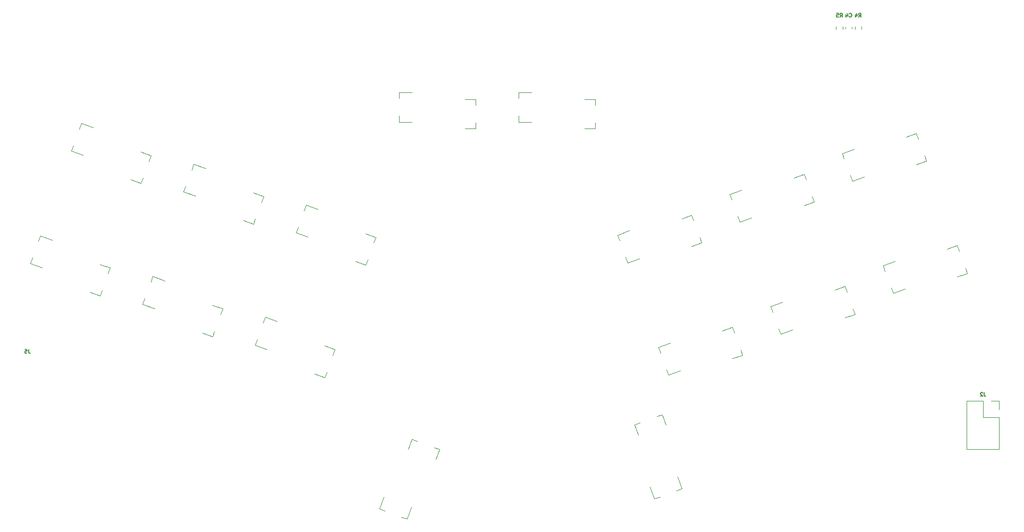
<source format=gbr>
%TF.GenerationSoftware,KiCad,Pcbnew,8.0.2-1*%
%TF.CreationDate,2024-05-28T17:04:48-06:00*%
%TF.ProjectId,magicfingers,6d616769-6366-4696-9e67-6572732e6b69,rev?*%
%TF.SameCoordinates,Original*%
%TF.FileFunction,Legend,Bot*%
%TF.FilePolarity,Positive*%
%FSLAX46Y46*%
G04 Gerber Fmt 4.6, Leading zero omitted, Abs format (unit mm)*
G04 Created by KiCad (PCBNEW 8.0.2-1) date 2024-05-28 17:04:48*
%MOMM*%
%LPD*%
G01*
G04 APERTURE LIST*
%ADD10C,0.150000*%
%ADD11C,0.120000*%
G04 APERTURE END LIST*
D10*
X251919000Y-102241771D02*
X251919000Y-102670342D01*
X251919000Y-102670342D02*
X251947571Y-102756057D01*
X251947571Y-102756057D02*
X252004714Y-102813200D01*
X252004714Y-102813200D02*
X252090428Y-102841771D01*
X252090428Y-102841771D02*
X252147571Y-102841771D01*
X251661857Y-102298914D02*
X251633285Y-102270342D01*
X251633285Y-102270342D02*
X251576143Y-102241771D01*
X251576143Y-102241771D02*
X251433285Y-102241771D01*
X251433285Y-102241771D02*
X251376143Y-102270342D01*
X251376143Y-102270342D02*
X251347571Y-102298914D01*
X251347571Y-102298914D02*
X251319000Y-102356057D01*
X251319000Y-102356057D02*
X251319000Y-102413200D01*
X251319000Y-102413200D02*
X251347571Y-102498914D01*
X251347571Y-102498914D02*
X251690428Y-102841771D01*
X251690428Y-102841771D02*
X251319000Y-102841771D01*
X230449999Y-42312628D02*
X230478571Y-42341200D01*
X230478571Y-42341200D02*
X230564285Y-42369771D01*
X230564285Y-42369771D02*
X230621428Y-42369771D01*
X230621428Y-42369771D02*
X230707142Y-42341200D01*
X230707142Y-42341200D02*
X230764285Y-42284057D01*
X230764285Y-42284057D02*
X230792856Y-42226914D01*
X230792856Y-42226914D02*
X230821428Y-42112628D01*
X230821428Y-42112628D02*
X230821428Y-42026914D01*
X230821428Y-42026914D02*
X230792856Y-41912628D01*
X230792856Y-41912628D02*
X230764285Y-41855485D01*
X230764285Y-41855485D02*
X230707142Y-41798342D01*
X230707142Y-41798342D02*
X230621428Y-41769771D01*
X230621428Y-41769771D02*
X230564285Y-41769771D01*
X230564285Y-41769771D02*
X230478571Y-41798342D01*
X230478571Y-41798342D02*
X230449999Y-41826914D01*
X229935714Y-41969771D02*
X229935714Y-42369771D01*
X230078571Y-41741200D02*
X230221428Y-42169771D01*
X230221428Y-42169771D02*
X229849999Y-42169771D01*
X231949999Y-42369771D02*
X232149999Y-42084057D01*
X232292856Y-42369771D02*
X232292856Y-41769771D01*
X232292856Y-41769771D02*
X232064285Y-41769771D01*
X232064285Y-41769771D02*
X232007142Y-41798342D01*
X232007142Y-41798342D02*
X231978571Y-41826914D01*
X231978571Y-41826914D02*
X231949999Y-41884057D01*
X231949999Y-41884057D02*
X231949999Y-41969771D01*
X231949999Y-41969771D02*
X231978571Y-42026914D01*
X231978571Y-42026914D02*
X232007142Y-42055485D01*
X232007142Y-42055485D02*
X232064285Y-42084057D01*
X232064285Y-42084057D02*
X232292856Y-42084057D01*
X231435714Y-41969771D02*
X231435714Y-42369771D01*
X231578571Y-41741200D02*
X231721428Y-42169771D01*
X231721428Y-42169771D02*
X231349999Y-42169771D01*
X99676000Y-95369771D02*
X99676000Y-95798342D01*
X99676000Y-95798342D02*
X99704571Y-95884057D01*
X99704571Y-95884057D02*
X99761714Y-95941200D01*
X99761714Y-95941200D02*
X99847428Y-95969771D01*
X99847428Y-95969771D02*
X99904571Y-95969771D01*
X99104571Y-95369771D02*
X99390285Y-95369771D01*
X99390285Y-95369771D02*
X99418857Y-95655485D01*
X99418857Y-95655485D02*
X99390285Y-95626914D01*
X99390285Y-95626914D02*
X99333143Y-95598342D01*
X99333143Y-95598342D02*
X99190285Y-95598342D01*
X99190285Y-95598342D02*
X99133143Y-95626914D01*
X99133143Y-95626914D02*
X99104571Y-95655485D01*
X99104571Y-95655485D02*
X99076000Y-95712628D01*
X99076000Y-95712628D02*
X99076000Y-95855485D01*
X99076000Y-95855485D02*
X99104571Y-95912628D01*
X99104571Y-95912628D02*
X99133143Y-95941200D01*
X99133143Y-95941200D02*
X99190285Y-95969771D01*
X99190285Y-95969771D02*
X99333143Y-95969771D01*
X99333143Y-95969771D02*
X99390285Y-95941200D01*
X99390285Y-95941200D02*
X99418857Y-95912628D01*
X228949999Y-42369771D02*
X229149999Y-42084057D01*
X229292856Y-42369771D02*
X229292856Y-41769771D01*
X229292856Y-41769771D02*
X229064285Y-41769771D01*
X229064285Y-41769771D02*
X229007142Y-41798342D01*
X229007142Y-41798342D02*
X228978571Y-41826914D01*
X228978571Y-41826914D02*
X228949999Y-41884057D01*
X228949999Y-41884057D02*
X228949999Y-41969771D01*
X228949999Y-41969771D02*
X228978571Y-42026914D01*
X228978571Y-42026914D02*
X229007142Y-42055485D01*
X229007142Y-42055485D02*
X229064285Y-42084057D01*
X229064285Y-42084057D02*
X229292856Y-42084057D01*
X228407142Y-41769771D02*
X228692856Y-41769771D01*
X228692856Y-41769771D02*
X228721428Y-42055485D01*
X228721428Y-42055485D02*
X228692856Y-42026914D01*
X228692856Y-42026914D02*
X228635714Y-41998342D01*
X228635714Y-41998342D02*
X228492856Y-41998342D01*
X228492856Y-41998342D02*
X228435714Y-42026914D01*
X228435714Y-42026914D02*
X228407142Y-42055485D01*
X228407142Y-42055485D02*
X228378571Y-42112628D01*
X228378571Y-42112628D02*
X228378571Y-42255485D01*
X228378571Y-42255485D02*
X228407142Y-42312628D01*
X228407142Y-42312628D02*
X228435714Y-42341200D01*
X228435714Y-42341200D02*
X228492856Y-42369771D01*
X228492856Y-42369771D02*
X228635714Y-42369771D01*
X228635714Y-42369771D02*
X228692856Y-42341200D01*
X228692856Y-42341200D02*
X228721428Y-42312628D01*
D11*
%TO.C,SW17*%
X193475941Y-77122813D02*
X193800860Y-78015521D01*
X193475941Y-77122813D02*
X195355326Y-76438772D01*
X195083436Y-81539368D02*
X194758517Y-80646660D01*
X195083436Y-81539368D02*
X196962821Y-80855328D01*
X205299312Y-73936844D02*
X203701835Y-74518278D01*
X205299312Y-73936844D02*
X205624231Y-74829552D01*
X206906807Y-78353399D02*
X205309329Y-78934834D01*
X206906807Y-78353399D02*
X206598989Y-77507676D01*
%TO.C,SW16*%
X196181976Y-107372268D02*
X196763410Y-108969745D01*
X196181976Y-107372268D02*
X197074684Y-107047349D01*
X199367945Y-119195639D02*
X198683904Y-117316254D01*
X199367945Y-119195639D02*
X200260653Y-118870720D01*
X200598531Y-105764773D02*
X199752808Y-106072591D01*
X200598531Y-105764773D02*
X201179966Y-107362251D01*
X203784500Y-117588144D02*
X202891792Y-117913063D01*
X203784500Y-117588144D02*
X203100460Y-115708759D01*
%TO.C,SW3*%
X124359613Y-70235373D02*
X124684532Y-69342665D01*
X124359613Y-70235373D02*
X126238998Y-70919413D01*
X125967107Y-65818818D02*
X125642188Y-66711526D01*
X125967107Y-65818818D02*
X127846493Y-66502858D01*
X135464741Y-75394696D02*
X133867264Y-74813262D01*
X135464741Y-75394696D02*
X135772561Y-74548973D01*
X137072236Y-70978141D02*
X135474759Y-70396706D01*
X137072236Y-70978141D02*
X136747317Y-71870849D01*
%TO.C,SW18*%
X199991425Y-95023957D02*
X200316344Y-95916665D01*
X199991425Y-95023957D02*
X201870810Y-94339916D01*
X201598920Y-99440512D02*
X201274001Y-98547804D01*
X201598920Y-99440512D02*
X203478305Y-98756472D01*
X211814796Y-91837988D02*
X210217319Y-92419422D01*
X211814796Y-91837988D02*
X212139715Y-92730696D01*
X213422291Y-96254543D02*
X211824813Y-96835978D01*
X213422291Y-96254543D02*
X213114473Y-95408820D01*
%TO.C,SW7*%
X155548470Y-120802454D02*
X156232510Y-118923068D01*
X155548470Y-120802454D02*
X156441178Y-121127373D01*
X159965025Y-122409948D02*
X159072317Y-122085029D01*
X159965025Y-122409948D02*
X160649065Y-120530563D01*
X160707793Y-109697325D02*
X160126358Y-111294802D01*
X160707793Y-109697325D02*
X161600501Y-110022244D01*
X165124348Y-111304820D02*
X164278625Y-110997000D01*
X165124348Y-111304820D02*
X164542914Y-112902297D01*
%TO.C,SW21*%
X229278230Y-64091845D02*
X229603149Y-64984553D01*
X229278230Y-64091845D02*
X231157615Y-63407804D01*
X230885725Y-68508400D02*
X230560806Y-67615692D01*
X230885725Y-68508400D02*
X232765110Y-67824360D01*
X241101601Y-60905876D02*
X239504124Y-61487310D01*
X241101601Y-60905876D02*
X241426520Y-61798584D01*
X242709096Y-65322431D02*
X241111618Y-65903866D01*
X242709096Y-65322431D02*
X242401278Y-64476708D01*
%TO.C,SW22*%
X235793714Y-81992990D02*
X236118633Y-82885698D01*
X235793714Y-81992990D02*
X237673099Y-81308949D01*
X237401209Y-86409545D02*
X237076290Y-85516837D01*
X237401209Y-86409545D02*
X239280594Y-85725505D01*
X247617085Y-78807021D02*
X246019608Y-79388455D01*
X247617085Y-78807021D02*
X247942004Y-79699729D01*
X249224580Y-83223576D02*
X247627102Y-83805011D01*
X249224580Y-83223576D02*
X248916762Y-82377853D01*
%TO.C,SW4*%
X117844130Y-88136518D02*
X118169049Y-87243810D01*
X117844130Y-88136518D02*
X119723515Y-88820558D01*
X119451624Y-83719963D02*
X119126705Y-84612671D01*
X119451624Y-83719963D02*
X121331010Y-84404003D01*
X128949258Y-93295841D02*
X127351781Y-92714407D01*
X128949258Y-93295841D02*
X129257078Y-92450118D01*
X130556753Y-88879286D02*
X128959276Y-88297851D01*
X130556753Y-88879286D02*
X130231834Y-89771994D01*
%TO.C,SW1*%
X106458469Y-63719890D02*
X106783388Y-62827182D01*
X106458469Y-63719890D02*
X108337854Y-64403930D01*
X108065963Y-59303335D02*
X107741044Y-60196043D01*
X108065963Y-59303335D02*
X109945349Y-59987375D01*
X117563597Y-68879213D02*
X115966120Y-68297779D01*
X117563597Y-68879213D02*
X117871417Y-68033490D01*
X119171092Y-64462658D02*
X117573615Y-63881223D01*
X119171092Y-64462658D02*
X118846173Y-65355366D01*
%TO.C,SW5*%
X142260758Y-76750857D02*
X142585677Y-75858149D01*
X142260758Y-76750857D02*
X144140143Y-77434897D01*
X143868252Y-72334302D02*
X143543333Y-73227010D01*
X143868252Y-72334302D02*
X145747638Y-73018342D01*
X153365886Y-81910180D02*
X151768409Y-81328746D01*
X153365886Y-81910180D02*
X153673706Y-81064457D01*
X154973381Y-77493625D02*
X153375904Y-76912190D01*
X154973381Y-77493625D02*
X154648462Y-78386333D01*
%TO.C,SW8*%
X158724623Y-54400693D02*
X158724623Y-55350693D01*
X158724623Y-54400693D02*
X160724623Y-54400693D01*
X158724623Y-59100693D02*
X158724623Y-58150693D01*
X158724623Y-59100693D02*
X160724623Y-59100693D01*
X170924623Y-55450693D02*
X169224623Y-55450693D01*
X170924623Y-55450693D02*
X170924623Y-56400693D01*
X170924623Y-60150693D02*
X169224623Y-60150693D01*
X170924623Y-60150693D02*
X170924623Y-59250693D01*
%TO.C,SW15*%
X177774623Y-54400693D02*
X177774623Y-55350693D01*
X177774623Y-54400693D02*
X179774623Y-54400693D01*
X177774623Y-59100693D02*
X177774623Y-58150693D01*
X177774623Y-59100693D02*
X179774623Y-59100693D01*
X189974623Y-55450693D02*
X188274623Y-55450693D01*
X189974623Y-55450693D02*
X189974623Y-56400693D01*
X189974623Y-60150693D02*
X188274623Y-60150693D01*
X189974623Y-60150693D02*
X189974623Y-59250693D01*
%TO.C,SW6*%
X135745274Y-94652002D02*
X136070193Y-93759294D01*
X135745274Y-94652002D02*
X137624659Y-95336042D01*
X137352768Y-90235447D02*
X137027849Y-91128155D01*
X137352768Y-90235447D02*
X139232154Y-90919487D01*
X146850402Y-99811325D02*
X145252925Y-99229891D01*
X146850402Y-99811325D02*
X147158222Y-98965602D01*
X148457897Y-95394770D02*
X146860420Y-94813335D01*
X148457897Y-95394770D02*
X148132978Y-96287478D01*
%TO.C,SW19*%
X211377086Y-70607329D02*
X211702005Y-71500037D01*
X211377086Y-70607329D02*
X213256471Y-69923288D01*
X212984581Y-75023884D02*
X212659662Y-74131176D01*
X212984581Y-75023884D02*
X214863966Y-74339844D01*
X223200457Y-67421360D02*
X221602980Y-68002794D01*
X223200457Y-67421360D02*
X223525376Y-68314068D01*
X224807952Y-71837915D02*
X223210474Y-72419350D01*
X224807952Y-71837915D02*
X224500134Y-70992192D01*
%TO.C,SW20*%
X217892569Y-88508474D02*
X218217488Y-89401182D01*
X217892569Y-88508474D02*
X219771954Y-87824433D01*
X219500064Y-92925029D02*
X219175145Y-92032321D01*
X219500064Y-92925029D02*
X221379449Y-92240989D01*
X229715940Y-85322505D02*
X228118463Y-85903939D01*
X229715940Y-85322505D02*
X230040859Y-86215213D01*
X231323435Y-89739060D02*
X229725957Y-90320495D01*
X231323435Y-89739060D02*
X231015617Y-88893337D01*
%TO.C,SW2*%
X99942985Y-81621034D02*
X100267904Y-80728326D01*
X99942985Y-81621034D02*
X101822370Y-82305074D01*
X101550479Y-77204479D02*
X101225560Y-78097187D01*
X101550479Y-77204479D02*
X103429865Y-77888519D01*
X111048113Y-86780357D02*
X109450636Y-86198923D01*
X111048113Y-86780357D02*
X111355933Y-85934634D01*
X112655608Y-82363802D02*
X111058131Y-81782367D01*
X112655608Y-82363802D02*
X112330689Y-83256510D01*
%TO.C,J2*%
X249119000Y-103572000D02*
X249119000Y-111312000D01*
X251719000Y-103572000D02*
X249119000Y-103572000D01*
X251719000Y-106172000D02*
X251719000Y-103572000D01*
X254319000Y-103572000D02*
X252989000Y-103572000D01*
X254319000Y-104902000D02*
X254319000Y-103572000D01*
X254319000Y-106172000D02*
X251719000Y-106172000D01*
X254319000Y-106172000D02*
X254319000Y-111312000D01*
X254319000Y-111312000D02*
X249119000Y-111312000D01*
%TO.C,C4*%
X229840000Y-44240580D02*
X229840000Y-43959420D01*
X230860000Y-44240580D02*
X230860000Y-43959420D01*
%TO.C,R4*%
X231327500Y-44337258D02*
X231327500Y-43862742D01*
X232372500Y-44337258D02*
X232372500Y-43862742D01*
%TO.C,R5*%
X228327500Y-43862742D02*
X228327500Y-44337258D01*
X229372500Y-43862742D02*
X229372500Y-44337258D01*
%TD*%
M02*

</source>
